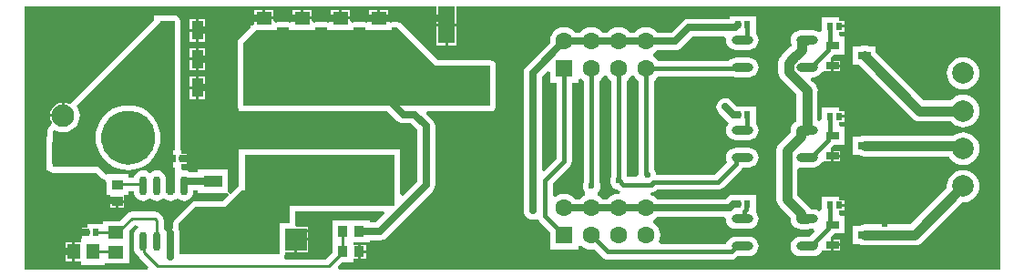
<source format=gtl>
G04*
G04 #@! TF.GenerationSoftware,Altium Limited,Altium Designer,21.3.1 (25)*
G04*
G04 Layer_Physical_Order=1*
G04 Layer_Color=255*
%FSLAX25Y25*%
%MOIN*%
G70*
G04*
G04 #@! TF.SameCoordinates,28642905-D900-4296-AB16-E10C3E418D5C*
G04*
G04*
G04 #@! TF.FilePolarity,Positive*
G04*
G01*
G75*
%ADD21C,0.01000*%
%ADD25R,0.01890X0.01575*%
%ADD26R,0.02362X0.02559*%
%ADD27R,0.06299X0.13780*%
%ADD28O,0.07874X0.03150*%
%ADD29R,0.04528X0.02559*%
%ADD30R,0.04449X0.07087*%
%ADD31R,0.05787X0.04567*%
%ADD32R,0.04567X0.05787*%
%ADD33R,0.03661X0.03858*%
%ADD34R,0.07874X0.07874*%
%ADD35O,0.02756X0.07087*%
%ADD36R,0.03858X0.03661*%
%ADD37R,0.07087X0.04449*%
%ADD38R,0.55100X0.18700*%
%ADD59C,0.03500*%
%ADD60C,0.02500*%
%ADD61C,0.01500*%
%ADD62C,0.19685*%
%ADD63C,0.06299*%
%ADD64R,0.06299X0.06299*%
%ADD65C,0.07874*%
%ADD66R,0.08268X0.08268*%
%ADD67C,0.08268*%
%ADD68C,0.02400*%
%ADD69C,0.02362*%
G36*
X357980Y-97421D02*
X116057D01*
X115674Y-96497D01*
X117243Y-94929D01*
X121299D01*
Y-93529D01*
X123031D01*
Y-91000D01*
Y-88471D01*
X121299D01*
Y-87429D01*
X127362D01*
Y-86778D01*
X130989D01*
X131413Y-86722D01*
X131837Y-86666D01*
X132628Y-86339D01*
X133307Y-85818D01*
X150318Y-68807D01*
X150839Y-68128D01*
X151166Y-67338D01*
X151278Y-66489D01*
Y-45000D01*
X151166Y-44152D01*
X150839Y-43361D01*
X150318Y-42682D01*
X148099Y-40463D01*
X148482Y-39539D01*
X171500D01*
X172280Y-39384D01*
X172942Y-38942D01*
X173384Y-38280D01*
X173539Y-37500D01*
Y-23000D01*
X173384Y-22220D01*
X172942Y-21558D01*
X172280Y-21116D01*
X171500Y-20961D01*
X152345D01*
X138942Y-7558D01*
X138280Y-7116D01*
X137500Y-6961D01*
X135555D01*
X135154Y-7040D01*
X134154Y-6419D01*
Y-5991D01*
X130661D01*
X127167D01*
Y-6419D01*
X126167Y-7040D01*
X125767Y-6961D01*
X121555D01*
X121154Y-7040D01*
X120155Y-6419D01*
Y-5991D01*
X116661D01*
X113167D01*
Y-6419D01*
X112167Y-7040D01*
X111767Y-6961D01*
X107554D01*
X107155Y-7040D01*
X106155Y-6419D01*
Y-5991D01*
X102661D01*
X99167D01*
Y-6419D01*
X98167Y-7040D01*
X97767Y-6961D01*
X93555D01*
X93155Y-7040D01*
X92155Y-6419D01*
Y-5991D01*
X88661D01*
X85167D01*
Y-7846D01*
X84945Y-7891D01*
X84459Y-8215D01*
X83767D01*
Y-8849D01*
X79558Y-13058D01*
X79116Y-13720D01*
X78961Y-14500D01*
Y-37500D01*
X79116Y-38280D01*
X79450Y-38780D01*
Y-39650D01*
X133914D01*
X137282Y-43018D01*
X137961Y-43539D01*
X138752Y-43866D01*
X139600Y-43978D01*
X142342D01*
X144722Y-46358D01*
Y-65131D01*
X139474Y-70379D01*
X138550Y-69997D01*
Y-53350D01*
X79450D01*
Y-66796D01*
X79058Y-67058D01*
X76392Y-69725D01*
X75543Y-69159D01*
X75543Y-68441D01*
Y-60909D01*
X64457D01*
Y-61856D01*
X61475D01*
X61203Y-61648D01*
X60382Y-61307D01*
X59500Y-61191D01*
X59039Y-61252D01*
X58863Y-61133D01*
X58508Y-60280D01*
X58508D01*
Y-58880D01*
X60454D01*
Y-57500D01*
X58673D01*
Y-56500D01*
X60454D01*
Y-55120D01*
X58508D01*
Y-53720D01*
X58039D01*
X58039Y-6500D01*
X57884Y-5720D01*
X57442Y-5058D01*
X56858Y-4668D01*
Y-4457D01*
X48409D01*
Y-6207D01*
X18625Y-35991D01*
X18459Y-36240D01*
X18269Y-36472D01*
X17704Y-36730D01*
X17187Y-36813D01*
X17123Y-36804D01*
X16385Y-36498D01*
X15650Y-36401D01*
Y-41110D01*
X15149D01*
Y-41610D01*
X10441D01*
X10537Y-42346D01*
X11015Y-43498D01*
X11045Y-43538D01*
X11081Y-43793D01*
X11069Y-43874D01*
X10728Y-44767D01*
X10452Y-44932D01*
X10266Y-45101D01*
X10058Y-45240D01*
X9974Y-45365D01*
X9862Y-45467D01*
X9755Y-45693D01*
X9616Y-45901D01*
X9586Y-46049D01*
X9522Y-46186D01*
X9510Y-46436D01*
X9461Y-46682D01*
Y-48756D01*
X9016D01*
Y-61024D01*
X9779D01*
X10058Y-61442D01*
X10720Y-61884D01*
X11500Y-62039D01*
X27155Y-62039D01*
X29323Y-64207D01*
X29984Y-64649D01*
X30765Y-64804D01*
X30765Y-64804D01*
X31071Y-65763D01*
Y-70299D01*
X32471D01*
Y-72031D01*
X35000D01*
X37529D01*
Y-70299D01*
X38929D01*
Y-68813D01*
X41093D01*
Y-68929D01*
X41209Y-69811D01*
X41549Y-70633D01*
X42091Y-71338D01*
X42796Y-71880D01*
X43618Y-72220D01*
X44500Y-72336D01*
X45382Y-72220D01*
X46204Y-71880D01*
X46909Y-71338D01*
X47091D01*
X47796Y-71880D01*
X48618Y-72220D01*
X49500Y-72336D01*
X50382Y-72220D01*
X51204Y-71880D01*
X51909Y-71338D01*
X52091D01*
X52797Y-71880D01*
X53618Y-72220D01*
X54500Y-72336D01*
X55382Y-72220D01*
X56204Y-71880D01*
X56230Y-71859D01*
X57091Y-71338D01*
X57797Y-71880D01*
X58618Y-72220D01*
X59500Y-72336D01*
X60382Y-72220D01*
X61203Y-71880D01*
X61909Y-71338D01*
X62451Y-70633D01*
X62791Y-69811D01*
X62907Y-68929D01*
Y-68412D01*
X64457D01*
Y-69358D01*
X74565D01*
X75344Y-69358D01*
X75910Y-70207D01*
X73655Y-72461D01*
X63500D01*
X62720Y-72616D01*
X62058Y-73058D01*
X56058Y-79058D01*
X55616Y-79720D01*
X55461Y-80500D01*
Y-82226D01*
X54500Y-83054D01*
X53728Y-83208D01*
X53524Y-83344D01*
X52836Y-83359D01*
X52049Y-82617D01*
Y-79500D01*
X51855Y-78525D01*
X51302Y-77698D01*
X50495Y-76890D01*
X49668Y-76338D01*
X48693Y-76144D01*
X40413D01*
X39438Y-76338D01*
X38611Y-76890D01*
X35789Y-79713D01*
X29606D01*
Y-80721D01*
X23992D01*
Y-82121D01*
X22046D01*
Y-83500D01*
X23827D01*
Y-84500D01*
X22046D01*
Y-85879D01*
X21721Y-86106D01*
X21721D01*
Y-87506D01*
X19496D01*
Y-91000D01*
Y-94494D01*
X21721D01*
Y-95894D01*
X30287D01*
Y-95287D01*
X39394D01*
Y-88279D01*
Y-83317D01*
X41444Y-81267D01*
X42393Y-81351D01*
X42610Y-82263D01*
X42091Y-82662D01*
X41549Y-83367D01*
X41209Y-84189D01*
X41093Y-85071D01*
Y-89402D01*
X41209Y-90283D01*
X41549Y-91105D01*
X42091Y-91811D01*
X42339Y-92001D01*
X42381Y-92211D01*
X42933Y-93038D01*
X46393Y-96497D01*
X46010Y-97421D01*
X1020D01*
X1020Y-1020D01*
X151750D01*
Y-7476D01*
X155500D01*
X159250D01*
Y-1020D01*
X357980D01*
Y-97421D01*
D02*
G37*
G36*
X151500Y-23000D02*
X171500D01*
Y-37500D01*
X81000D01*
Y-14500D01*
X85725Y-9775D01*
X93555D01*
Y-9000D01*
X97767D01*
Y-9775D01*
X107554D01*
Y-9000D01*
X111767D01*
Y-9775D01*
X121555D01*
Y-9000D01*
X125767D01*
Y-9775D01*
X135555D01*
Y-9000D01*
X137500D01*
X151500Y-23000D01*
D02*
G37*
G36*
X56000Y-53720D02*
X55492D01*
Y-56757D01*
X55464Y-56971D01*
X55492Y-57183D01*
Y-60280D01*
X56000D01*
Y-69500D01*
X53211D01*
X52881Y-69124D01*
X52907Y-68929D01*
Y-64598D01*
X52791Y-63717D01*
X52451Y-62895D01*
X51909Y-62189D01*
X51204Y-61648D01*
X50382Y-61307D01*
X49500Y-61191D01*
X48618Y-61307D01*
X47796Y-61648D01*
X47091Y-62189D01*
X46909D01*
X46204Y-61648D01*
X45382Y-61307D01*
X44500Y-61191D01*
X43618Y-61307D01*
X42796Y-61648D01*
X42091Y-62189D01*
X41549Y-62895D01*
X41210Y-63715D01*
X38929D01*
Y-62638D01*
X31071D01*
Y-62638D01*
X30765Y-62765D01*
X28000Y-60000D01*
X11500Y-60000D01*
X11500Y-46682D01*
X12000Y-46382D01*
X12791Y-46805D01*
X13947Y-47155D01*
X15149Y-47274D01*
X16352Y-47155D01*
X17508Y-46805D01*
X18574Y-46235D01*
X19508Y-45469D01*
X20274Y-44535D01*
X20844Y-43469D01*
X21195Y-42313D01*
X21313Y-41110D01*
X21195Y-39908D01*
X20844Y-38752D01*
X20274Y-37686D01*
X20067Y-37433D01*
X51000Y-6500D01*
X56000D01*
X56000Y-53720D01*
D02*
G37*
G36*
X132879Y-76974D02*
X129631Y-80222D01*
X127362D01*
Y-79571D01*
X113638D01*
Y-87071D01*
X113638D01*
Y-91324D01*
X111261Y-93701D01*
X96553D01*
X96047Y-92701D01*
X96215Y-92450D01*
X96370Y-91669D01*
Y-91037D01*
X99768D01*
Y-86500D01*
X100268D01*
Y-86000D01*
X104805D01*
Y-81963D01*
X100581D01*
X99960Y-80963D01*
X100039Y-80563D01*
Y-76050D01*
X132497D01*
X132879Y-76974D01*
D02*
G37*
G36*
X98000Y-69500D02*
Y-80563D01*
X94331D01*
Y-91669D01*
X94000Y-92000D01*
X57778D01*
Y-90315D01*
X57791Y-90283D01*
X57907Y-89402D01*
Y-85071D01*
X57791Y-84189D01*
X57763Y-84121D01*
X57666Y-83388D01*
X57500Y-82986D01*
Y-80500D01*
X63500Y-74500D01*
X74500D01*
X80500Y-68500D01*
X97000D01*
X98000Y-69500D01*
D02*
G37*
%LPC*%
G36*
X134154Y-2608D02*
X131161D01*
Y-4991D01*
X134154D01*
Y-2608D01*
D02*
G37*
G36*
X120155D02*
X117161D01*
Y-4991D01*
X120155D01*
Y-2608D01*
D02*
G37*
G36*
X106155D02*
X103161D01*
Y-4991D01*
X106155D01*
Y-2608D01*
D02*
G37*
G36*
X92155D02*
X89161D01*
Y-4991D01*
X92155D01*
Y-2608D01*
D02*
G37*
G36*
X130161D02*
X127167D01*
Y-4991D01*
X130161D01*
Y-2608D01*
D02*
G37*
G36*
X116161D02*
X113167D01*
Y-4991D01*
X116161D01*
Y-2608D01*
D02*
G37*
G36*
X102161D02*
X99167D01*
Y-4991D01*
X102161D01*
Y-2608D01*
D02*
G37*
G36*
X88161D02*
X85167D01*
Y-4991D01*
X88161D01*
Y-2608D01*
D02*
G37*
G36*
X67190Y-5857D02*
X64866D01*
Y-9500D01*
X67190D01*
Y-5857D01*
D02*
G37*
G36*
X63866D02*
X61542D01*
Y-9500D01*
X63866D01*
Y-5857D01*
D02*
G37*
G36*
X299008Y-5221D02*
X292646D01*
Y-10014D01*
X291646Y-10508D01*
X291476Y-10377D01*
X290606Y-10017D01*
X289673Y-9894D01*
X288405D01*
X288290Y-9847D01*
X287311Y-9718D01*
X285675D01*
X284696Y-9847D01*
X284409Y-9965D01*
X284016Y-10017D01*
X283146Y-10377D01*
X282399Y-10950D01*
X281826Y-11697D01*
X281466Y-12567D01*
X281343Y-13500D01*
X281466Y-14433D01*
X281718Y-15041D01*
Y-15558D01*
X281454Y-15822D01*
X281266Y-15900D01*
X280483Y-16501D01*
X277950Y-19034D01*
X277348Y-19817D01*
X276971Y-20730D01*
X276842Y-21709D01*
Y-25291D01*
X276971Y-26270D01*
X277348Y-27183D01*
X277950Y-27966D01*
X283529Y-33545D01*
Y-43174D01*
X283408Y-43224D01*
X283282Y-43321D01*
X283146Y-43377D01*
X282399Y-43950D01*
X281826Y-44697D01*
X281466Y-45567D01*
X281343Y-46500D01*
X281354Y-46582D01*
X281342Y-46675D01*
Y-47120D01*
X277326Y-51136D01*
X276724Y-51920D01*
X276346Y-52832D01*
X276218Y-53811D01*
Y-71689D01*
X276346Y-72668D01*
X276724Y-73580D01*
X277326Y-74363D01*
X281342Y-78380D01*
Y-78825D01*
X281354Y-78918D01*
X281343Y-79000D01*
X281466Y-79933D01*
X281826Y-80803D01*
X282399Y-81550D01*
X283146Y-82123D01*
X283282Y-82179D01*
X283408Y-82276D01*
X284320Y-82653D01*
X285299Y-82782D01*
X287311D01*
X288290Y-82653D01*
X288405Y-82606D01*
X289673D01*
X289785Y-82591D01*
X290252Y-83538D01*
X288436Y-85354D01*
X288405Y-85394D01*
X284949D01*
X284016Y-85517D01*
X283146Y-85877D01*
X282399Y-86450D01*
X281826Y-87197D01*
X281466Y-88067D01*
X281343Y-89000D01*
X281466Y-89933D01*
X281826Y-90803D01*
X282399Y-91550D01*
X283146Y-92123D01*
X284016Y-92483D01*
X284949Y-92606D01*
X289673D01*
X290606Y-92483D01*
X291476Y-92123D01*
X292223Y-91550D01*
X292796Y-90803D01*
X292900Y-90551D01*
X293829Y-90380D01*
X293829Y-90380D01*
X296193D01*
Y-88500D01*
Y-86310D01*
X295939Y-85697D01*
X297141Y-84495D01*
X297290Y-84299D01*
X300957D01*
Y-77740D01*
X299817D01*
X299008Y-77280D01*
Y-75880D01*
X300954D01*
Y-74500D01*
X299173D01*
Y-73500D01*
X300954D01*
Y-72120D01*
X299008D01*
Y-70720D01*
X292646D01*
Y-75514D01*
X291646Y-76008D01*
X291476Y-75877D01*
X290606Y-75517D01*
X289673Y-75394D01*
X288595D01*
X288400Y-74922D01*
X287799Y-74138D01*
X283782Y-70122D01*
Y-60915D01*
X284782Y-60084D01*
X284949Y-60106D01*
X289673D01*
X290606Y-59983D01*
X291476Y-59623D01*
X292223Y-59050D01*
X292796Y-58303D01*
X292900Y-58051D01*
X293829Y-57880D01*
X293829Y-57880D01*
X296193D01*
Y-56000D01*
Y-53811D01*
X295939Y-53197D01*
X297141Y-51995D01*
X297290Y-51799D01*
X300957D01*
Y-45240D01*
X299817D01*
X299008Y-44780D01*
Y-43380D01*
X300954D01*
Y-42000D01*
X299173D01*
Y-41000D01*
X300954D01*
Y-39621D01*
X299008D01*
Y-38221D01*
X292646D01*
Y-42549D01*
X291671Y-43077D01*
X291093Y-42736D01*
Y-33124D01*
X291154Y-32979D01*
X291282Y-32000D01*
X291154Y-31021D01*
X290776Y-30109D01*
X290175Y-29326D01*
X289455Y-28773D01*
X288711Y-28030D01*
X289094Y-27106D01*
X289673D01*
X290606Y-26983D01*
X291476Y-26623D01*
X292223Y-26050D01*
X292796Y-25303D01*
X292900Y-25051D01*
X293829Y-24880D01*
X293829Y-24880D01*
X296193D01*
Y-23000D01*
Y-20810D01*
X295939Y-20197D01*
X297141Y-18995D01*
X297290Y-18799D01*
X300957D01*
Y-12240D01*
X299817D01*
X299008Y-11779D01*
Y-10379D01*
X300954D01*
Y-9000D01*
X299173D01*
Y-8000D01*
X300954D01*
Y-6621D01*
X299008D01*
Y-5221D01*
D02*
G37*
G36*
X268681Y-4721D02*
X258972D01*
Y-5722D01*
X244000D01*
X243152Y-5834D01*
X242361Y-6161D01*
X241682Y-6682D01*
X237642Y-10722D01*
X232476D01*
X232173Y-10327D01*
X231097Y-9502D01*
X229844Y-8983D01*
X228500Y-8806D01*
X227156Y-8983D01*
X225903Y-9502D01*
X224827Y-10327D01*
X224524Y-10722D01*
X222476D01*
X222173Y-10327D01*
X221097Y-9502D01*
X219844Y-8983D01*
X218500Y-8806D01*
X217156Y-8983D01*
X215903Y-9502D01*
X214827Y-10327D01*
X214524Y-10722D01*
X212476D01*
X212173Y-10327D01*
X211097Y-9502D01*
X209844Y-8983D01*
X208500Y-8806D01*
X207156Y-8983D01*
X205903Y-9502D01*
X204827Y-10327D01*
X204524Y-10722D01*
X202476D01*
X202173Y-10327D01*
X201097Y-9502D01*
X199844Y-8983D01*
X198500Y-8806D01*
X197156Y-8983D01*
X195903Y-9502D01*
X194827Y-10327D01*
X194002Y-11403D01*
X193483Y-12656D01*
X193306Y-14000D01*
X193371Y-14493D01*
X184682Y-23182D01*
X184161Y-23861D01*
X183834Y-24652D01*
X183778Y-25076D01*
X183722Y-25500D01*
Y-43500D01*
Y-76000D01*
X183834Y-76848D01*
X184161Y-77639D01*
X184682Y-78318D01*
X185361Y-78839D01*
X186152Y-79166D01*
X187000Y-79278D01*
X187848Y-79166D01*
X188639Y-78839D01*
X189272Y-79614D01*
X189539Y-79961D01*
X193350Y-83773D01*
Y-90150D01*
X203650D01*
Y-88781D01*
X204650Y-88441D01*
X204827Y-88673D01*
X205903Y-89498D01*
X207156Y-90017D01*
X208500Y-90194D01*
X209624Y-90046D01*
X212539Y-92961D01*
X213113Y-93402D01*
X213782Y-93679D01*
X214500Y-93774D01*
X259623D01*
X260341Y-93679D01*
X261010Y-93402D01*
X261585Y-92961D01*
X261940Y-92606D01*
X266051D01*
X266984Y-92483D01*
X267854Y-92123D01*
X268601Y-91550D01*
X269174Y-90803D01*
X269534Y-89933D01*
X269657Y-89000D01*
X269534Y-88067D01*
X269174Y-87197D01*
X268601Y-86450D01*
X267854Y-85877D01*
X266984Y-85517D01*
X266051Y-85394D01*
X261327D01*
X260394Y-85517D01*
X259524Y-85877D01*
X258777Y-86450D01*
X258204Y-87197D01*
X257844Y-88067D01*
X257823Y-88226D01*
X233676D01*
X233152Y-87226D01*
X233517Y-86344D01*
X233694Y-85000D01*
X233517Y-83656D01*
X232998Y-82403D01*
X232173Y-81327D01*
X231164Y-80553D01*
X231093Y-80016D01*
Y-79984D01*
X231164Y-79447D01*
X232173Y-78673D01*
X232476Y-78278D01*
X257088D01*
X257721Y-79000D01*
X257844Y-79933D01*
X258204Y-80803D01*
X258777Y-81550D01*
X259524Y-82123D01*
X260394Y-82483D01*
X261327Y-82606D01*
X266051D01*
X266984Y-82483D01*
X267854Y-82123D01*
X268601Y-81550D01*
X269174Y-80803D01*
X269534Y-79933D01*
X269657Y-79000D01*
X269534Y-78067D01*
X269174Y-77197D01*
X268681Y-76555D01*
Y-70221D01*
X258972D01*
Y-70615D01*
X258861Y-70661D01*
X258182Y-71182D01*
X257642Y-71722D01*
X232476D01*
X232173Y-71327D01*
X231097Y-70502D01*
X230161Y-70114D01*
X230360Y-69114D01*
X230384D01*
X231102Y-69020D01*
X231771Y-68743D01*
X232345Y-68302D01*
X232373Y-68274D01*
X254689D01*
X255407Y-68179D01*
X256076Y-67902D01*
X256650Y-67461D01*
X263265Y-60847D01*
X263705Y-60273D01*
X263775Y-60106D01*
X266051D01*
X266984Y-59983D01*
X267854Y-59623D01*
X268601Y-59050D01*
X269174Y-58303D01*
X269534Y-57433D01*
X269657Y-56500D01*
X269534Y-55567D01*
X269174Y-54697D01*
X268601Y-53950D01*
X267854Y-53377D01*
X266984Y-53017D01*
X266051Y-52894D01*
X261327D01*
X260394Y-53017D01*
X259524Y-53377D01*
X258777Y-53950D01*
X258204Y-54697D01*
X257844Y-55567D01*
X257721Y-56500D01*
X257844Y-57433D01*
X258134Y-58133D01*
X253540Y-62726D01*
X232172D01*
X232099Y-62170D01*
X231779Y-61396D01*
X231274Y-60738D01*
Y-28363D01*
X232173Y-27673D01*
X232863Y-26774D01*
X259889D01*
X260394Y-26983D01*
X261327Y-27106D01*
X266051D01*
X266984Y-26983D01*
X267854Y-26623D01*
X268601Y-26050D01*
X269174Y-25303D01*
X269534Y-24433D01*
X269657Y-23500D01*
X269534Y-22567D01*
X269174Y-21697D01*
X268601Y-20950D01*
X267854Y-20377D01*
X266984Y-20017D01*
X266051Y-19894D01*
X261327D01*
X260394Y-20017D01*
X259524Y-20377D01*
X258777Y-20950D01*
X258565Y-21226D01*
X232863D01*
X232173Y-20327D01*
X231164Y-19553D01*
X231093Y-19016D01*
Y-18984D01*
X231164Y-18447D01*
X232173Y-17673D01*
X232476Y-17278D01*
X239000D01*
X239424Y-17222D01*
X239848Y-17166D01*
X240639Y-16839D01*
X241318Y-16318D01*
X245358Y-12278D01*
X256944D01*
X257750Y-13278D01*
X257721Y-13500D01*
X257844Y-14433D01*
X258204Y-15303D01*
X258777Y-16050D01*
X259524Y-16623D01*
X260394Y-16983D01*
X261327Y-17106D01*
X266051D01*
X266984Y-16983D01*
X267854Y-16623D01*
X268601Y-16050D01*
X269174Y-15303D01*
X269534Y-14433D01*
X269657Y-13500D01*
X269534Y-12567D01*
X269174Y-11697D01*
X268681Y-11055D01*
Y-4721D01*
D02*
G37*
G36*
X67190Y-10500D02*
X64866D01*
Y-14143D01*
X67190D01*
Y-10500D01*
D02*
G37*
G36*
X63866D02*
X61542D01*
Y-14143D01*
X63866D01*
Y-10500D01*
D02*
G37*
G36*
X159250Y-8476D02*
X156000D01*
Y-15466D01*
X159250D01*
Y-8476D01*
D02*
G37*
G36*
X155000D02*
X151750D01*
Y-15466D01*
X155000D01*
Y-8476D01*
D02*
G37*
G36*
X67190Y-16357D02*
X64866D01*
Y-20000D01*
X67190D01*
Y-16357D01*
D02*
G37*
G36*
X63866D02*
X61542D01*
Y-20000D01*
X63866D01*
Y-16357D01*
D02*
G37*
G36*
X299557Y-21121D02*
X297193D01*
Y-22500D01*
X299557D01*
Y-21121D01*
D02*
G37*
G36*
X67190Y-21000D02*
X64866D01*
Y-24643D01*
X67190D01*
Y-21000D01*
D02*
G37*
G36*
X63866D02*
X61542D01*
Y-24643D01*
X63866D01*
Y-21000D01*
D02*
G37*
G36*
X299557Y-23500D02*
X297193D01*
Y-24880D01*
X299557D01*
Y-23500D01*
D02*
G37*
G36*
X67190Y-26857D02*
X64866D01*
Y-30500D01*
X67190D01*
Y-26857D01*
D02*
G37*
G36*
X63866D02*
X61542D01*
Y-30500D01*
X63866D01*
Y-26857D01*
D02*
G37*
G36*
X344500Y-19696D02*
X343336Y-19810D01*
X342217Y-20150D01*
X341186Y-20701D01*
X340282Y-21443D01*
X339540Y-22347D01*
X338988Y-23378D01*
X338649Y-24498D01*
X338534Y-25661D01*
X338649Y-26825D01*
X338988Y-27944D01*
X339540Y-28976D01*
X340282Y-29880D01*
X341186Y-30622D01*
X342217Y-31173D01*
X343336Y-31512D01*
X344500Y-31627D01*
X345664Y-31512D01*
X346783Y-31173D01*
X347814Y-30622D01*
X348718Y-29880D01*
X349460Y-28976D01*
X350012Y-27944D01*
X350351Y-26825D01*
X350466Y-25661D01*
X350351Y-24498D01*
X350012Y-23378D01*
X349460Y-22347D01*
X348718Y-21443D01*
X347814Y-20701D01*
X346783Y-20150D01*
X345664Y-19810D01*
X344500Y-19696D01*
D02*
G37*
G36*
X67190Y-31500D02*
X64866D01*
Y-35143D01*
X67190D01*
Y-31500D01*
D02*
G37*
G36*
X63866D02*
X61542D01*
Y-35143D01*
X63866D01*
Y-31500D01*
D02*
G37*
G36*
X14649Y-36401D02*
X13914Y-36498D01*
X12762Y-36975D01*
X11773Y-37734D01*
X11015Y-38723D01*
X10537Y-39875D01*
X10441Y-40610D01*
X14649D01*
Y-36401D01*
D02*
G37*
G36*
X308350Y-15477D02*
X308307D01*
X307328Y-15606D01*
X306425Y-15980D01*
X304043D01*
Y-22539D01*
X306281D01*
X306474Y-22733D01*
X306617Y-22919D01*
X325814Y-42116D01*
X326597Y-42717D01*
X327509Y-43094D01*
X328488Y-43223D01*
X339924D01*
X340282Y-43659D01*
X341186Y-44401D01*
X342217Y-44953D01*
X343336Y-45292D01*
X344500Y-45407D01*
X345664Y-45292D01*
X346783Y-44953D01*
X347814Y-44401D01*
X348718Y-43659D01*
X349460Y-42755D01*
X350012Y-41724D01*
X350351Y-40605D01*
X350466Y-39441D01*
X350351Y-38277D01*
X350012Y-37158D01*
X349460Y-36127D01*
X348718Y-35223D01*
X347814Y-34481D01*
X346783Y-33929D01*
X345664Y-33590D01*
X344500Y-33475D01*
X343336Y-33590D01*
X342217Y-33929D01*
X341186Y-34481D01*
X340282Y-35223D01*
X339924Y-35659D01*
X330055D01*
X312571Y-18175D01*
Y-15980D01*
X310232D01*
X309329Y-15606D01*
X308350Y-15477D01*
D02*
G37*
G36*
X257500Y-34722D02*
X256652Y-34834D01*
X255861Y-35161D01*
X255182Y-35682D01*
X254661Y-36361D01*
X254334Y-37152D01*
X254222Y-38000D01*
X254334Y-38848D01*
X254661Y-39639D01*
X255182Y-40318D01*
X258115Y-43250D01*
X258776Y-43949D01*
X258295Y-44579D01*
X258204Y-44697D01*
X257844Y-45567D01*
X257721Y-46500D01*
X257844Y-47433D01*
X258204Y-48303D01*
X258777Y-49050D01*
X259524Y-49623D01*
X260394Y-49983D01*
X261327Y-50106D01*
X266051D01*
X266984Y-49983D01*
X267854Y-49623D01*
X268601Y-49050D01*
X269174Y-48303D01*
X269534Y-47433D01*
X269657Y-46500D01*
X269534Y-45567D01*
X269174Y-44697D01*
X268681Y-44055D01*
Y-37721D01*
X261856D01*
X259818Y-35682D01*
X259139Y-35161D01*
X258348Y-34834D01*
X257500Y-34722D01*
D02*
G37*
G36*
X299557Y-54120D02*
X297193D01*
Y-55500D01*
X299557D01*
Y-54120D01*
D02*
G37*
G36*
Y-56500D02*
X297193D01*
Y-57880D01*
X299557D01*
Y-56500D01*
D02*
G37*
G36*
X344500Y-47255D02*
X343336Y-47369D01*
X342217Y-47709D01*
X341186Y-48260D01*
X340921Y-48478D01*
X308307D01*
X307328Y-48606D01*
X306425Y-48980D01*
X304043D01*
Y-55539D01*
X306425D01*
X307328Y-55913D01*
X308307Y-56042D01*
X339276D01*
X339540Y-56535D01*
X340282Y-57439D01*
X341186Y-58181D01*
X342217Y-58732D01*
X343336Y-59072D01*
X344500Y-59186D01*
X345664Y-59072D01*
X346783Y-58732D01*
X347814Y-58181D01*
X348718Y-57439D01*
X349460Y-56535D01*
X350012Y-55503D01*
X350351Y-54384D01*
X350466Y-53220D01*
X350351Y-52057D01*
X350012Y-50937D01*
X349460Y-49906D01*
X348718Y-49002D01*
X347814Y-48260D01*
X346783Y-47709D01*
X345664Y-47369D01*
X344500Y-47255D01*
D02*
G37*
G36*
Y-61034D02*
X343336Y-61149D01*
X342217Y-61488D01*
X341186Y-62040D01*
X340282Y-62782D01*
X339540Y-63686D01*
X338988Y-64717D01*
X338649Y-65836D01*
X338534Y-67000D01*
X338590Y-67561D01*
X325173Y-80977D01*
X308307D01*
X307328Y-81106D01*
X306425Y-81480D01*
X304043D01*
Y-88039D01*
X306425D01*
X307328Y-88413D01*
X308307Y-88542D01*
X326740D01*
X327719Y-88413D01*
X328631Y-88036D01*
X329415Y-87434D01*
X343939Y-72910D01*
X344500Y-72966D01*
X345664Y-72851D01*
X346783Y-72512D01*
X347814Y-71960D01*
X348718Y-71218D01*
X349460Y-70314D01*
X350012Y-69283D01*
X350351Y-68164D01*
X350466Y-67000D01*
X350351Y-65836D01*
X350012Y-64717D01*
X349460Y-63686D01*
X348718Y-62782D01*
X347814Y-62040D01*
X346783Y-61488D01*
X345664Y-61149D01*
X344500Y-61034D01*
D02*
G37*
G36*
X37529Y-73032D02*
X35500D01*
Y-74962D01*
X37529D01*
Y-73032D01*
D02*
G37*
G36*
X34500D02*
X32471D01*
Y-74962D01*
X34500D01*
Y-73032D01*
D02*
G37*
G36*
X299557Y-86620D02*
X297193D01*
Y-88000D01*
X299557D01*
Y-86620D01*
D02*
G37*
G36*
Y-89000D02*
X297193D01*
Y-90380D01*
X299557D01*
Y-89000D01*
D02*
G37*
G36*
X125962Y-88471D02*
X124031D01*
Y-90500D01*
X125962D01*
Y-88471D01*
D02*
G37*
G36*
X18496Y-87506D02*
X16113D01*
Y-90500D01*
X18496D01*
Y-87506D01*
D02*
G37*
G36*
X125962Y-91500D02*
X124031D01*
Y-93529D01*
X125962D01*
Y-91500D01*
D02*
G37*
G36*
X18496D02*
X16113D01*
Y-94494D01*
X18496D01*
Y-91500D01*
D02*
G37*
%LPD*%
G36*
X193350Y-25092D02*
Y-29150D01*
X195726D01*
Y-56851D01*
X191202Y-61375D01*
X190278Y-60993D01*
Y-43500D01*
Y-26858D01*
X192427Y-24709D01*
X193350Y-25092D01*
D02*
G37*
G36*
X224053Y-26664D02*
X224827Y-27673D01*
X225726Y-28363D01*
Y-62500D01*
X225735Y-62567D01*
X225054Y-63567D01*
X221350D01*
X221279Y-63396D01*
X221274Y-63389D01*
Y-28363D01*
X222173Y-27673D01*
X222947Y-26664D01*
X223484Y-26593D01*
X223516D01*
X224053Y-26664D01*
D02*
G37*
G36*
X214053D02*
X214827Y-27673D01*
X215726Y-28363D01*
Y-63389D01*
X215721Y-63396D01*
X215401Y-64170D01*
X215291Y-65000D01*
X215401Y-65830D01*
X215721Y-66604D01*
X216231Y-67269D01*
X216896Y-67779D01*
X217670Y-68099D01*
X217946Y-68136D01*
X218112Y-68302D01*
X218687Y-68743D01*
X218968Y-68859D01*
X218706Y-69833D01*
X218500Y-69806D01*
X217156Y-69983D01*
X215903Y-70502D01*
X214827Y-71327D01*
X214524Y-71722D01*
X212476D01*
X212173Y-71327D01*
X211097Y-70502D01*
X210907Y-70423D01*
X210756Y-69278D01*
X210769Y-69269D01*
X211279Y-68604D01*
X211599Y-67830D01*
X211709Y-67000D01*
X211599Y-66170D01*
X211279Y-65396D01*
X211274Y-65389D01*
Y-28363D01*
X212173Y-27673D01*
X212947Y-26664D01*
X213484Y-26593D01*
X213516D01*
X214053Y-26664D01*
D02*
G37*
G36*
X204827Y-27673D02*
X205726Y-28363D01*
Y-65389D01*
X205721Y-65396D01*
X205401Y-66170D01*
X205291Y-67000D01*
X205401Y-67830D01*
X205721Y-68604D01*
X206231Y-69269D01*
X206244Y-69278D01*
X206093Y-70423D01*
X205903Y-70502D01*
X204827Y-71327D01*
X204524Y-71722D01*
X202476D01*
X202173Y-71327D01*
X201097Y-70502D01*
X199844Y-69983D01*
X198500Y-69806D01*
X197156Y-69983D01*
X195903Y-70502D01*
X195274Y-70985D01*
X194274Y-70491D01*
Y-66149D01*
X200461Y-59961D01*
X200902Y-59387D01*
X201179Y-58718D01*
X201274Y-58000D01*
Y-29150D01*
X203650D01*
Y-27781D01*
X204650Y-27441D01*
X204827Y-27673D01*
D02*
G37*
%LPC*%
G36*
X38949Y-37334D02*
X37091Y-37480D01*
X35278Y-37915D01*
X33556Y-38628D01*
X31966Y-39602D01*
X30549Y-40813D01*
X29338Y-42230D01*
X28364Y-43820D01*
X27651Y-45542D01*
X27216Y-47354D01*
X27070Y-49213D01*
X27216Y-51071D01*
X27651Y-52883D01*
X28364Y-54606D01*
X29338Y-56195D01*
X30549Y-57612D01*
X31966Y-58823D01*
X33556Y-59797D01*
X35278Y-60510D01*
X37091Y-60945D01*
X38949Y-61092D01*
X40807Y-60945D01*
X42620Y-60510D01*
X44342Y-59797D01*
X45931Y-58823D01*
X47349Y-57612D01*
X48559Y-56195D01*
X49533Y-54606D01*
X50247Y-52883D01*
X50682Y-51071D01*
X50828Y-49213D01*
X50682Y-47354D01*
X50247Y-45542D01*
X49533Y-43820D01*
X48559Y-42230D01*
X47349Y-40813D01*
X45931Y-39602D01*
X44342Y-38628D01*
X42620Y-37915D01*
X40807Y-37480D01*
X38949Y-37334D01*
D02*
G37*
%LPD*%
G36*
X40487Y-39500D02*
X41988Y-39860D01*
X43413Y-40451D01*
X44729Y-41257D01*
X45902Y-42259D01*
X46904Y-43433D01*
X47711Y-44748D01*
X48301Y-46174D01*
X48661Y-47674D01*
X48783Y-49213D01*
X48661Y-50751D01*
X48301Y-52251D01*
X47711Y-53677D01*
X46904Y-54993D01*
X45902Y-56166D01*
X44729Y-57168D01*
X43413Y-57974D01*
X41988Y-58565D01*
X40487Y-58925D01*
X38949Y-59046D01*
X37411Y-58925D01*
X35910Y-58565D01*
X34484Y-57974D01*
X33169Y-57168D01*
X31995Y-56166D01*
X30993Y-54993D01*
X30187Y-53677D01*
X29596Y-52251D01*
X29236Y-50751D01*
X29115Y-49213D01*
X29236Y-47674D01*
X29596Y-46174D01*
X30187Y-44748D01*
X30993Y-43433D01*
X31995Y-42259D01*
X33169Y-41257D01*
X34484Y-40451D01*
X35910Y-39860D01*
X37411Y-39500D01*
X38949Y-39379D01*
X40487Y-39500D01*
D02*
G37*
%LPC*%
G36*
X104805Y-87000D02*
X100768D01*
Y-91037D01*
X104805D01*
Y-87000D01*
D02*
G37*
%LPD*%
D21*
X49750Y-96250D02*
X112317D01*
X44500Y-86736D02*
X44736Y-86972D01*
Y-91236D02*
Y-86972D01*
Y-91236D02*
X49750Y-96250D01*
X35000Y-66469D02*
X35205Y-66264D01*
X44500D01*
X112317Y-96250D02*
X117469Y-91098D01*
Y-91000D01*
X117469Y-91000D01*
X100268Y-86500D02*
X103705Y-83063D01*
X107437D01*
X107500Y-83000D01*
X123531Y-91000D02*
X128500D01*
X117469Y-91000D02*
Y-83500D01*
X49500Y-84236D02*
Y-79500D01*
X35110Y-83996D02*
X40413Y-78693D01*
X48693D02*
X49500Y-79500D01*
X34500Y-83996D02*
X35110D01*
X40413Y-78693D02*
X48693D01*
X27173Y-84000D02*
X34496D01*
X34500Y-83996D01*
X26004Y-91000D02*
X34496D01*
X34500Y-91004D01*
D25*
X54303Y-51000D02*
D03*
X59500D02*
D03*
Y-43000D02*
D03*
X54303D02*
D03*
D26*
X299173Y-41500D02*
D03*
X295827D02*
D03*
X262154Y-41000D02*
D03*
X265500D02*
D03*
X299173Y-74000D02*
D03*
X295827D02*
D03*
X299173Y-8500D02*
D03*
X295827D02*
D03*
X262154Y-73500D02*
D03*
X265500D02*
D03*
X262154Y-8000D02*
D03*
X265500D02*
D03*
X23827Y-84000D02*
D03*
X27173D02*
D03*
X58673Y-57000D02*
D03*
X55327D02*
D03*
D27*
X155500Y-7976D02*
D03*
Y-30024D02*
D03*
D28*
X263689Y-13500D02*
D03*
Y-23500D02*
D03*
X287311D02*
D03*
Y-13500D02*
D03*
X263689Y-46500D02*
D03*
Y-56500D02*
D03*
X287311Y-56500D02*
D03*
Y-46500D02*
D03*
X263689Y-79000D02*
D03*
X263689Y-89000D02*
D03*
X287311D02*
D03*
Y-79000D02*
D03*
D29*
X296693Y-48520D02*
D03*
Y-56000D02*
D03*
X308307Y-52260D02*
D03*
X296693Y-81020D02*
D03*
Y-88500D02*
D03*
X308307Y-84760D02*
D03*
X296693Y-15520D02*
D03*
Y-23000D02*
D03*
X308307Y-19260D02*
D03*
D30*
X64366Y-31000D02*
D03*
X52634D02*
D03*
X64366Y-20500D02*
D03*
X52634D02*
D03*
X64366Y-10000D02*
D03*
X52634D02*
D03*
D31*
X34500Y-83996D02*
D03*
Y-91004D02*
D03*
X130661Y-5491D02*
D03*
Y-12499D02*
D03*
X116661Y-5491D02*
D03*
Y-12499D02*
D03*
X102661Y-5491D02*
D03*
Y-12499D02*
D03*
X88661Y-5491D02*
D03*
Y-12499D02*
D03*
D32*
X18996Y-91000D02*
D03*
X26004D02*
D03*
D33*
X123531D02*
D03*
X117469D02*
D03*
X117469Y-83500D02*
D03*
X123531D02*
D03*
D34*
X100268Y-86500D02*
D03*
X83732D02*
D03*
D35*
X44500Y-87236D02*
D03*
X49500D02*
D03*
X54500D02*
D03*
X59500D02*
D03*
X44500Y-66764D02*
D03*
X49500D02*
D03*
X54500D02*
D03*
X59500D02*
D03*
D36*
X35000Y-72531D02*
D03*
Y-66469D02*
D03*
D37*
X70000Y-65134D02*
D03*
Y-76866D02*
D03*
D38*
X109000Y-28300D02*
D03*
Y-64700D02*
D03*
D59*
X285500Y-17125D02*
Y-13675D01*
X280624Y-25291D02*
X287333Y-32000D01*
X285675Y-13500D02*
X287311D01*
X283450Y-19175D02*
X285500Y-17125D01*
X283157Y-19175D02*
X283450D01*
X280624Y-21709D02*
X283157Y-19175D01*
X285500Y-13675D02*
X285675Y-13500D01*
X280624Y-25291D02*
Y-21709D01*
X287333Y-32000D02*
X287500D01*
X285124Y-46675D02*
X285299Y-46500D01*
X280000Y-53811D02*
X285124Y-48687D01*
X285299Y-46500D02*
X287311D01*
X285124Y-48687D02*
Y-46675D01*
X280000Y-71689D02*
Y-53811D01*
X285124Y-78825D02*
X285299Y-79000D01*
X280000Y-71689D02*
X285124Y-76813D01*
X285299Y-79000D02*
X287311D01*
X285124Y-78825D02*
Y-76813D01*
X287311Y-32189D02*
X287500Y-32000D01*
X287311Y-46500D02*
Y-32189D01*
X155500Y-30024D02*
X165976D01*
X166000Y-30000D01*
X309291Y-20244D02*
X328488Y-39441D01*
X344500D01*
X308307Y-19260D02*
X308350D01*
X309291Y-20201D01*
Y-20244D02*
Y-20201D01*
X343316Y-53220D02*
X344500D01*
X308307Y-52260D02*
X342356D01*
X343316Y-53220D01*
X308307Y-84760D02*
X326740D01*
X344500Y-67000D01*
D60*
X155500Y-7976D02*
Y-7391D01*
X130661Y-5491D02*
X153600D01*
X155500Y-7391D01*
X187000Y-43500D02*
Y-25500D01*
Y-76000D02*
Y-43500D01*
Y-25500D02*
X198500Y-14000D01*
X257500Y-38000D02*
X260500Y-41000D01*
X262154D01*
X260500Y-73500D02*
X262154D01*
X259000Y-75000D02*
X260500Y-73500D01*
X228500Y-75000D02*
X259000D01*
X244000Y-9000D02*
X261114D01*
X262114Y-8000D02*
X262154D01*
X261114Y-9000D02*
X262114Y-8000D01*
X239000Y-14000D02*
X244000Y-9000D01*
X228500Y-14000D02*
X239000D01*
X218500Y-75000D02*
X228500D01*
X208500D02*
X218500D01*
X198500D02*
X208500D01*
X218500Y-14000D02*
X228500D01*
X208500D02*
X218500D01*
X198500D02*
X208500D01*
X143700Y-40700D02*
X148000Y-45000D01*
X109000Y-28300D02*
X127200D01*
X139600Y-40700D01*
X143700D01*
X148000Y-66489D02*
Y-45000D01*
X59448Y-65134D02*
X70000D01*
X34792Y-72234D02*
X35089Y-72531D01*
X31234Y-72234D02*
X34792D01*
X30000Y-71000D02*
X31234Y-72234D01*
X123531Y-83500D02*
X130989D01*
X148000Y-66489D01*
X125009Y-5491D02*
X130661D01*
X125000Y-5500D02*
X125009Y-5491D01*
X110509D02*
X116661D01*
X110500Y-5500D02*
X110509Y-5491D01*
X97009D02*
X102661D01*
X97000Y-5500D02*
X97009Y-5491D01*
X82509D02*
X88661D01*
X82500Y-5500D02*
X82509Y-5491D01*
X64366Y-31000D02*
X70000D01*
X64366Y-20500D02*
X70000D01*
X64366Y-10000D02*
X70000D01*
X20500Y-84000D02*
X23758D01*
X58742Y-56971D02*
X61971D01*
X62000Y-57000D01*
X20500Y-84000D02*
X20500Y-84000D01*
X12500Y-91000D02*
X18996D01*
X54500Y-93000D02*
Y-84236D01*
D61*
X261623Y-89000D02*
X263689D01*
X259623Y-91000D02*
X261623Y-89000D01*
X214500Y-91000D02*
X259623D01*
X208500Y-85000D02*
X214500Y-91000D01*
X231224Y-65500D02*
X254689D01*
X218733Y-65000D02*
X220074Y-66341D01*
X230384D01*
X231224Y-65500D01*
X228500Y-62500D02*
X229000Y-63000D01*
X228500Y-62500D02*
Y-24000D01*
X218500Y-65000D02*
X218733D01*
X218500D02*
Y-24000D01*
X254689Y-65500D02*
X261303Y-58886D01*
X191500Y-78000D02*
Y-65000D01*
Y-78000D02*
X198500Y-85000D01*
X191500Y-65000D02*
X198500Y-58000D01*
Y-24000D01*
X208500Y-67000D02*
Y-24000D01*
X262065Y-56500D02*
X263689D01*
X261303Y-57262D02*
X262065Y-56500D01*
X261303Y-58886D02*
Y-57262D01*
X260880Y-23500D02*
X263689D01*
X228500Y-24000D02*
X260380D01*
X260880Y-23500D01*
X295709Y-81020D02*
X296356D01*
X295827Y-80490D02*
X296356Y-81020D01*
X296693D01*
X295827Y-80490D02*
Y-74000D01*
X289227Y-89000D02*
X290398Y-87829D01*
Y-87315D01*
X295179Y-82534D01*
X287311Y-89000D02*
X289227D01*
X295179Y-82534D02*
Y-81549D01*
X295709Y-81020D01*
X296356Y-48520D02*
X296693D01*
X295709D02*
X296356D01*
X289227Y-56500D02*
X290398Y-55329D01*
Y-54815D02*
X295179Y-50033D01*
Y-49049D01*
X295709Y-48520D01*
X287311Y-56500D02*
X289227D01*
X290398Y-55329D02*
Y-54815D01*
X295827Y-47990D02*
Y-41500D01*
Y-47990D02*
X296356Y-48520D01*
X296356Y-15520D02*
X296693D01*
X295709D02*
X296356D01*
X290398Y-22329D02*
Y-21815D01*
X295179Y-17033D01*
Y-16049D01*
X287311Y-23500D02*
X289227D01*
X290398Y-22329D01*
X295179Y-16049D02*
X295709Y-15520D01*
X295827Y-14990D02*
Y-8500D01*
Y-14990D02*
X296356Y-15520D01*
X263689Y-13500D02*
X264738D01*
X265500Y-12738D02*
Y-8000D01*
X264738Y-13500D02*
X265500Y-12738D01*
X263773Y-79000D02*
X264535Y-78238D01*
Y-76054D02*
X265085Y-75504D01*
X265154Y-74839D02*
Y-73847D01*
X265500Y-73500D01*
X263689Y-79000D02*
X263773D01*
X264535Y-78238D02*
Y-76054D01*
X265085Y-75504D02*
Y-74908D01*
X265154Y-74839D01*
X263689Y-46500D02*
X264738D01*
X265500Y-45738D01*
Y-41000D01*
D62*
X38949Y-49213D02*
D03*
X243673D02*
D03*
D63*
X228500Y-14000D02*
D03*
X218500D02*
D03*
X228500Y-24000D02*
D03*
X218500D02*
D03*
X208500Y-14000D02*
D03*
Y-24000D02*
D03*
X198500Y-14000D02*
D03*
X228500Y-75000D02*
D03*
X218500D02*
D03*
X228500Y-85000D02*
D03*
X218500D02*
D03*
X208500Y-75000D02*
D03*
Y-85000D02*
D03*
X198500Y-75000D02*
D03*
D64*
X198500Y-24000D02*
D03*
X198500Y-85000D02*
D03*
D65*
X344500Y-67000D02*
D03*
Y-53220D02*
D03*
Y-39441D02*
D03*
Y-25661D02*
D03*
D66*
X15149Y-54890D02*
D03*
D67*
Y-41110D02*
D03*
D68*
X315827Y-80681D02*
D03*
D69*
X287500Y-32000D02*
D03*
X166000Y-30000D02*
D03*
X170000D02*
D03*
X162524Y-29976D02*
D03*
X187000Y-43500D02*
D03*
Y-76000D02*
D03*
X229000Y-63000D02*
D03*
X218500Y-65000D02*
D03*
X208500Y-67000D02*
D03*
X257500Y-38000D02*
D03*
X120999Y-48756D02*
D03*
X71012Y-47751D02*
D03*
X28310Y-8817D02*
D03*
X107500Y-83000D02*
D03*
X128500Y-91000D02*
D03*
X125000Y-5500D02*
D03*
X110500D02*
D03*
X97000D02*
D03*
X82500D02*
D03*
X70000Y-31000D02*
D03*
Y-20500D02*
D03*
Y-10000D02*
D03*
X62000Y-57000D02*
D03*
X20500Y-84000D02*
D03*
X30000Y-71000D02*
D03*
X12500Y-91000D02*
D03*
X54500Y-93000D02*
D03*
M02*

</source>
